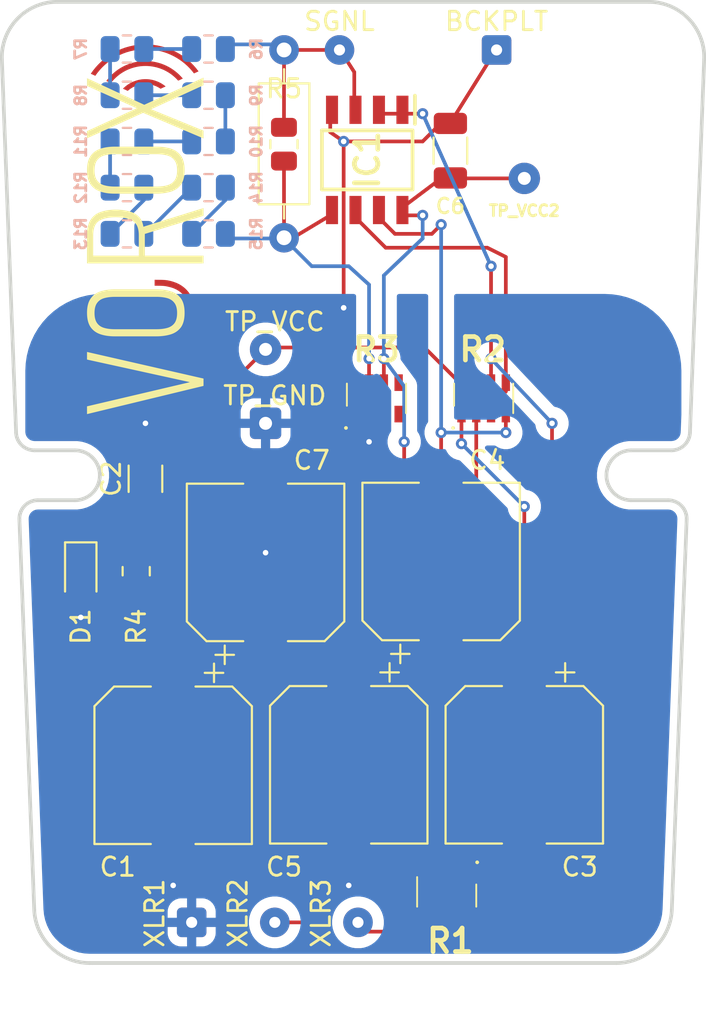
<source format=kicad_pcb>
(kicad_pcb (version 20241229) (generator "pcbnew") (generator_version "9.0")
  (layers (0 "F.Cu" signal) (2 "B.Cu" signal) (13 "F.Paste" user) (15 "B.Paste" user) (5 "F.SilkS" user "F.Silkscreen") (7 "B.SilkS" user "B.Silkscreen") (1 "F.Mask" user) (3 "B.Mask" user) (25 "Edge.Cuts" user))
  (net 0 "")
  (net 1 "GND")
  (net 2 "Net-(D1-K)")
  (net 3 "Net-(IC1--IN_A)")
  (net 4 "Net-(C3-Pad1)")
  (net 5 "Net-(IC1-OUT_B)")
  (net 6 "Net-(C4-Pad1)")
  (net 7 "Net-(IC1-V+)")
  (net 8 "Net-(IC1-+IN_B)")
  (net 9 "Net-(IC1--IN_B)")
  (net 10 "Net-(IC1-+IN_A)")
  (net 11 "Net-(R6-Pad2)")
  (net 12 "Net-(R7-Pad2)")
  (net 13 "Net-(R8-Pad2)")
  (net 14 "Net-(R10-Pad1)")
  (net 15 "Net-(R10-Pad2)")
  (net 16 "Net-(R11-Pad2)")
  (net 17 "Net-(R12-Pad2)")
  (net 18 "Net-(R13-Pad2)")
  (net 19 "Net-(R14-Pad2)")
  (net 20 "Net-(XLR3-Pin_1)")
  (net 21 "Net-(XLR2-Pin_1)")
  (footprint "Capacitor_SMD:CP_Elec_8x6.9" (layer "F.Cu") (at 71 73.975 90)
    (property "Reference" "C4" (at 5.475 2.5 180) (layer "F.SilkS"))
    (property "Value" "47uF")
    (pad "1" smd roundrect (at -3.475 0 90) (size 4.15 1.9) (layers "F.Cu" "F.Mask" "F.Paste") (roundrect_rratio 0.131579) (net 6 "Net-(C4-Pad1)"))
    (pad "2" smd roundrect (at 3.475 0 90) (size 4.15 1.9) (layers "F.Cu" "F.Mask" "F.Paste") (roundrect_rratio 0.131579) (net 5 "Net-(IC1-OUT_B)"))
  )
  (footprint "Connector_Wire:SolderWire-0.15sqmm_1x01_D0.5mm_OD1.5mm" (layer "F.Cu") (at 61.5 66.5)
    (property "Reference" "TP_GND" (at 0.5 -1.5 0) (layer "F.SilkS"))
    (property "Value" "TestPoint")
    (pad "1" thru_hole roundrect (at 0 0) (size 1.7 1.7) (drill 0.7) (layers "*.Cu" "*.Mask") (roundrect_rratio 0.147059) (net 1 "GND"))
  )
  (footprint "Connector_Wire:SolderWire-0.1sqmm_1x01_D0.4mm_OD1mm" (layer "F.Cu") (at 66.5 93.5)
    (property "Reference" "XLR3" (at -2 -0.5 90) (layer "F.SilkS"))
    (property "Value" "Conn_01x01_Pin")
    (pad "1" thru_hole circle (at 0 0) (size 1.6 1.6) (drill 0.6) (layers "*.Cu" "*.Mask") (net 20 "Net-(XLR3-Pin_1)"))
  )
  (footprint "01_Custom:VOROX_logo" (layer "F.Cu") (at 57.402856 64.273387 90)
    (property "Reference" "REF**" (hide yes))
    (property "Value" "VOROX_logo")
    (fp_poly (pts (xy 16.41533 -4.427722) (xy 16.529499 -4.328085) (xy 16.637742 -4.222131) (xy 16.73977 -4.110146) (xy 16.835295 -3.992417) (xy 16.924028 -3.86923) (xy 17.00568 -3.740872) (xy 17.079962 -3.607629) (xy 17.146587 -3.469788) (xy 17.205265 -3.327634) (xy 17.255707 -3.181456) (xy 17.297626 -3.031538) (xy 17.330732 -2.878168) (xy 17.354736 -2.721632) (xy 17.36935 -2.562216) (xy 17.374286 -2.400207) (xy 17.369995 -2.24908) (xy 17.357276 -2.100186) (xy 17.336364 -1.953757) (xy 17.307492 -1.810026) (xy 17.270893 -1.669226) (xy 17.226802 -1.53159) (xy 17.175451 -1.39735) (xy 17.117075 -1.266739) (xy 17.051906 -1.139989) (xy 16.980179 -1.017334) (xy 16.902127 -0.899006) (xy 16.817983 -0.785238) (xy 16.727982 -0.676263) (xy 16.632356 -0.572313) (xy 16.53134 -0.473621) (xy 16.425166 -0.380419) (xy 16.30953 -0.632424) (xy 16.39901 -0.715706) (xy 16.484074 -0.803478) (xy 16.564532 -0.895553) (xy 16.640198 -0.991749) (xy 16.710886 -1.091879) (xy 16.776408 -1.19576) (xy 16.836577 -1.303206) (xy 16.891207 -1.414033) (xy 16.94011 -1.528057) (xy 16.983099 -1.645092) (xy 17.019987 -1.764954) (xy 17.050588 -1.887459) (xy 17.074714 -2.012421) (xy 17.092178 -2.139656) (xy 17.102794 -2.26898) (xy 17.106374 -2.400207) (xy 17.102162 -2.542533) (xy 17.089686 -2.682601) (xy 17.069185 -2.820174) (xy 17.040896 -2.955017) (xy 17.005058 -3.086891) (xy 16.961909 -3.215562) (xy 16.911689 -3.340791) (xy 16.854635 -3.462344) (xy 16.790986 -3.579984) (xy 16.720981 -3.693473) (xy 16.644857 -3.802576) (xy 16.562854 -3.907056) (xy 16.47521 -4.006677) (xy 16.382163 -4.101201) (xy 16.283953 -4.190394) (xy 16.180816 -4.274017) (xy 16.295524 -4.520756)) (fill yes) (layer "F.Cu"))
    (fp_poly (pts (xy 15.935631 -3.561723) (xy 15.990942 -3.499382) (xy 16.043217 -3.434402) (xy 16.09234 -3.366892) (xy 16.138196 -3.296966) (xy 16.18067 -3.224734) (xy 16.219646 -3.150309) (xy 16.255009 -3.073802) (xy 16.286643 -2.995325) (xy 16.314434 -2.914989) (xy 16.338266 -2.832907) (xy 16.358024 -2.74919) (xy 16.373591 -2.66395) (xy 16.384854 -2.577298) (xy 16.391696 -2.489347) (xy 16.394002 -2.400207) (xy 16.392272 -2.322927) (xy 16.387133 -2.246521) (xy 16.378658 -2.171063) (xy 16.366921 -2.096627) (xy 16.351999 -2.023285) (xy 16.333964 -1.95111) (xy 16.312892 -1.880177) (xy 16.288856 -1.810557) (xy 16.261932 -1.742324) (xy 16.232194 -1.67555) (xy 16.199717 -1.610311) (xy 16.164574 -1.546677) (xy 16.12684 -1.484723) (xy 16.08659 -1.424521) (xy 16.043899 -1.366145) (xy 15.99884 -1.309668) (xy 15.872836 -1.584313) (xy 15.901969 -1.628335) (xy 15.929518 -1.673467) (xy 15.955443 -1.71967) (xy 15.979704 -1.766904) (xy 16.00226 -1.815133) (xy 16.023069 -1.864316) (xy 16.04209 -1.914416) (xy 16.059283 -1.965394) (xy 16.074607 -2.017212) (xy 16.08802 -2.069831) (xy 16.099482 -2.123212) (xy 16.108952 -2.177317) (xy 16.116388 -2.232108) (xy 16.121751 -2.287545) (xy 16.124999 -2.343591) (xy 16.12609 -2.400207) (xy 16.124459 -2.469271) (xy 16.119614 -2.53746) (xy 16.111632 -2.604706) (xy 16.100588 -2.67094) (xy 16.086558 -2.736092) (xy 16.069617 -2.800095) (xy 16.049842 -2.862879) (xy 16.027307 -2.924375) (xy 16.002089 -2.984514) (xy 15.974262 -3.043227) (xy 15.943903 -3.100446) (xy 15.911088 -3.156101) (xy 15.875891 -3.210123) (xy 15.838388 -3.262444) (xy 15.798655 -3.312995) (xy 15.756769 -3.361706) (xy 15.877399 -3.621311)) (fill yes) (layer "F.Cu"))
    (fp_poly (pts (xy 16.861534 -5.236791) (xy 17.028939 -5.102342) (xy 17.187838 -4.958132) (xy 17.337781 -4.804611) (xy 17.478317 -4.64223) (xy 17.608997 -4.47144) (xy 17.729368 -4.292693) (xy 17.838982 -4.106437) (xy 17.937388 -3.913125) (xy 18.024134 -3.713206) (xy 18.098771 -3.507132) (xy 18.160847 -3.295354) (xy 18.209914 -3.078321) (xy 18.245519 -2.856486) (xy 18.267212 -2.630297) (xy 18.274543 -2.400207) (xy 18.267864 -2.180584) (xy 18.248088 -1.964497) (xy 18.215607 -1.752337) (xy 18.170813 -1.544494) (xy 18.114097 -1.341361) (xy 18.045852 -1.143328) (xy 17.966468 -0.950787) (xy 17.876338 -0.764128) (xy 17.775853 -0.583743) (xy 17.665406 -0.410022) (xy 17.545388 -0.243358) (xy 17.41619 -0.08414) (xy 17.278205 0.06724) (xy 17.131824 0.210391) (xy 16.977439 0.344921) (xy 16.815442 0.47044) (xy 16.702251 0.223699) (xy 16.847446 0.107559) (xy 16.98574 -0.016554) (xy 17.116791 -0.148297) (xy 17.24026 -0.28733) (xy 17.355807 -0.433312) (xy 17.46309 -0.585902) (xy 17.561771 -0.744758) (xy 17.651508 -0.90954) (xy 17.731963 -1.079907) (xy 17.802793 -1.255518) (xy 17.86366 -1.436032) (xy 17.914223 -1.621107) (xy 17.954142 -1.810404) (xy 17.983077 -2.00358) (xy 18.000687 -2.200295) (xy 18.006633 -2.400207) (xy 18.004976 -2.505894) (xy 18.000038 -2.610739) (xy 17.991868 -2.714691) (xy 17.980516 -2.817702) (xy 17.966032 -2.91972) (xy 17.948466 -3.020697) (xy 17.904286 -3.219325) (xy 17.848372 -3.413187) (xy 17.781123 -3.601885) (xy 17.702936 -3.78502) (xy 17.614209 -3.962192) (xy 17.51534 -4.133003) (xy 17.406726 -4.297054) (xy 17.288764 -4.453946) (xy 17.161853 -4.60328) (xy 17.02639 -4.744657) (xy 16.882773 -4.877678) (xy 16.731399 -5.001945) (xy 16.572665 -5.117058) (xy 16.686073 -5.361028) (xy 16.686075 -5.361028)) (fill yes) (layer "F.Cu"))
    (fp_poly (pts (xy 2.278552 -1.869951) (xy 2.278958 -1.733278) (xy 2.28072 -1.617976) (xy 2.284649 -1.518305) (xy 2.287681 -1.472537) (xy 2.291559 -1.428526) (xy 2.296386 -1.385552) (xy 2.302262 -1.342899) (xy 2.309291 -1.29985) (xy 2.317572 -1.255687) (xy 2.327209 -1.209692) (xy 2.338302 -1.161149) (xy 2.365263 -1.053547) (xy 2.365272 -1.053466) (xy 2.365281 -1.053386) (xy 2.365294 -1.053225) (xy 2.365318 -1.052897) (xy 2.381633 -0.995734) (xy 2.399569 -0.939994) (xy 2.419121 -0.885696) (xy 2.440284 -0.832857) (xy 2.463052 -0.781494) (xy 2.487419 -0.731626) (xy 2.513381 -0.68327) (xy 2.540933 -0.636444) (xy 2.570068 -0.591165) (xy 2.600782 -0.547451) (xy 2.633069 -0.505321) (xy 2.666925 -0.464791) (xy 2.702342 -0.425879) (xy 2.739318 -0.388603) (xy 2.777845 -0.352981) (xy 2.817919 -0.319031) (xy 2.81819 -0.318798) (xy 2.818461 -0.318566) (xy 2.819005 -0.318108) (xy 2.862958 -0.285484) (xy 2.908854 -0.255099) (xy 2.956684 -0.226934) (xy 3.006437 -0.200971) (xy 3.058104 -0.177192) (xy 3.111674 -0.155578) (xy 3.16714 -0.13611) (xy 3.22449 -0.11877) (xy 3.283716 -0.103539) (xy 3.344807 -0.090399) (xy 3.407754 -0.079331) (xy 3.472548 -0.070318) (xy 3.539178 -0.063339) (xy 3.607635 -0.058377) (xy 3.67791 -0.055414) (xy 3.749992 -0.05443) (xy 3.82201 -0.055412) (xy 3.892156 -0.058371) (xy 3.96042 -0.063327) (xy 4.026791 -0.070301) (xy 4.09126 -0.079314) (xy 4.153817 -0.090385) (xy 4.214452 -0.103536) (xy 4.273154 -0.118786) (xy 4.329915 -0.136155) (xy 4.384723 -0.155665) (xy 4.43757 -0.177336) (xy 4.488444 -0.201188) (xy 4.537336 -0.227241) (xy 4.584237 -0.255516) (xy 4.629135 -0.286033) (xy 4.672022 -0.318814) (xy 4.713234 -0.352711) (xy 4.752839 -0.388291) (xy 4.79083 -0.425536) (xy 4.8272 -0.464427) (xy 4.861942 -0.504947) (xy 4.895049 -0.547077) (xy 4.926515 -0.590798) (xy 4.956331 -0.636093) (xy 4.984492 -0.682942) (xy 5.01099 -0.731329) (xy 5.035818 -0.781234) (xy 5.058969 -0.832639) (xy 5.080436 -0.885526) (xy 5.100213 -0.939877) (xy 5.118291 -0.995673) (xy 5.134665 -1.052897) (xy 5.134677 -1.052977) (xy 5.13469 -1.053058) (xy 5.134721 -1.053219) (xy 5.134751 -1.053382) (xy 5.134764 -1.053464) (xy 5.134776 -1.053547) (xy 5.161522 -1.160457) (xy 5.181687 -1.253179) (xy 5.189593 -1.296131) (xy 5.196202 -1.337828) (xy 5.20163 -1.379036) (xy 5.205994 -1.420518) (xy 5.211993 -1.507362) (xy 5.215127 -1.604475) (xy 5.216327 -1.717969) (xy 5.21652 -1.85396) (xy 5.21652 -1.906313) (xy 5.538852 -1.906313) (xy 5.536774 -1.616404) (xy 5.534799 -1.498768) (xy 5.529987 -1.391575) (xy 5.525999 -1.340073) (xy 5.520678 -1.288997) (xy 5.513817 -1.237617) (xy 5.50521 -1.185205) (xy 5.494648 -1.131033) (xy 5.481924 -1.074372) (xy 5.46683 -1.014494) (xy 5.449158 -0.95067) (xy 5.428463 -0.88305) (xy 5.40588 -0.817298) (xy 5.381404 -0.753398) (xy 5.355026 -0.691335) (xy 5.326738 -0.631095) (xy 5.296533 -0.572661) (xy 5.264403 -0.516018) (xy 5.23034 -0.461152) (xy 5.194337 -0.408047) (xy 5.156385 -0.356688) (xy 5.116478 -0.307059) (xy 5.074607 -0.259146) (xy 5.030764 -0.212933) (xy 4.984942 -0.168404) (xy 4.937134 -0.125546) (xy 4.887331 -0.084341) (xy 4.887052 -0.084175) (xy 4.837223 -0.04717) (xy 4.784604 -0.012412) (xy 4.729189 0.020079) (xy 4.670966 0.050283) (xy 4.609927 0.078182) (xy 4.546062 0.103755) (xy 4.479363 0.126985) (xy 4.40982 0.147851) (xy 4.337424 0.166334) (xy 4.262165 0.182416) (xy 4.184035 0.196076) (xy 4.103024 0.207296) (xy 4.019123 0.216056) (xy 3.932323 0.222336) (xy 3.920724 0.222826) (xy 3.920724 0.708952) (xy 3.579306 0.708952) (xy 3.579306 0.222834) (xy 3.567581 0.22234) (xy 3.48062 0.216063) (xy 3.396475 0.207305) (xy 3.315137 0.196086) (xy 3.236596 0.182424) (xy 3.160842 0.166336) (xy 3.087866 0.147841) (xy 3.017659 0.126956) (xy 2.950211 0.103701) (xy 2.885512 0.078093) (xy 2.823554 0.050149) (xy 2.764326 0.019889) (xy 2.70782 -0.012669) (xy 2.654026 -0.047509) (xy 2.602934 -0.08461) (xy 2.554404 -0.125744) (xy 2.507776 -0.168535) (xy 2.463045 -0.212998) (xy 2.420204 -0.259149) (xy 2.379246 -0.307003) (xy 2.340164 -0.356575) (xy 2.302953 -0.40788) (xy 2.267606 -0.460934) (xy 2.234116 -0.515751) (xy 2.202477 -0.572347) (xy 2.172682 -0.630737) (xy 2.144725 -0.690935) (xy 2.1186 -0.752958) (xy 2.0943 -0.816821) (xy 2.071819 -0.882538) (xy 2.051149 -0.950125) (xy 2.051138 -0.950158) (xy 2.051124 -0.950192) (xy 2.051093 -0.950264) (xy 2.051078 -0.950301) (xy 2.051063 -0.950336) (xy 2.05105 -0.950371) (xy 2.051044 -0.950387) (xy 2.051039 -0.950403) (xy 2.051033 -0.950424) (xy 2.051027 -0.950444) (xy 2.051021 -0.950464) (xy 2.051014 -0.950483) (xy 2.051006 -0.950501) (xy 2.050999 -0.950519) (xy 2.050983 -0.950553) (xy 2.050952 -0.950619) (xy 2.050945 -0.950635) (xy 2.050939 -0.95065) (xy 2.050933 -0.950666) (xy 2.050927 -0.950682) (xy 2.033467 -1.015231) (xy 2.018716 -1.075738) (xy 2.006447 -1.132929) (xy 1.996429 -1.187534) (xy 1.988434 -1.240282) (xy 1.982233 -1.291901) (xy 1.977598 -1.34312) (xy 1.974299 -1.394667) (xy 1.970794 -1.501662) (xy 1.969887 -1.618715) (xy 1.968546 -1.906313) (xy 2.278552 -1.906313)) (fill yes) (layer "F.Cu"))
  )
  (footprint "01_footprints-custom:YC164JR072K2L" (layer "F.Cu") (at 67.5 65.15)
    (property "Reference" "R3" (at 0 -2.65 0) (layer "F.SilkS") (effects (font (size 1.27 1.27) (thickness 0.254))))
    (property "Value" "47k" (hide yes))
    (pad "1" smd rect (at -1.2 0.85) (size 0.45 0.9) (layers "F.Cu" "F.Mask" "F.Paste"))
    (pad "2" smd rect (at -0.4 0.85) (size 0.45 0.9) (layers "F.Cu" "F.Mask" "F.Paste") (net 1 "GND"))
    (pad "3" smd rect (at 0.4 0.85) (size 0.45 0.9) (layers "F.Cu" "F.Mask" "F.Paste") (net 8 "Net-(IC1-+IN_B)"))
    (pad "4" smd rect (at 1.2 0.85) (size 0.45 0.9) (layers "F.Cu" "F.Mask" "F.Paste"))
    (pad "5" smd rect (at 1.2 -0.85) (size 0.45 0.9) (layers "F.Cu" "F.Mask" "F.Paste"))
    (pad "6" smd rect (at 0.4 -0.85) (size 0.45 0.9) (layers "F.Cu" "F.Mask" "F.Paste") (net 7 "Net-(IC1-V+)"))
    (pad "7" smd rect (at -0.4 -0.85) (size 0.45 0.9) (layers "F.Cu" "F.Mask" "F.Paste") (net 8 "Net-(IC1-+IN_B)"))
    (pad "8" smd rect (at -1.2 -0.85) (size 0.45 0.9) (layers "F.Cu" "F.Mask" "F.Paste"))
  )
  (footprint "Connector_Wire:SolderWire-0.1sqmm_1x01_D0.4mm_OD1mm" (layer "F.Cu") (at 65.5 46.25)
    (property "Reference" "SGNL" (at 0 -1.5 0) (layer "F.SilkS"))
    (property "Value" "Conn_01x01_Pin")
    (pad "1" thru_hole circle (at 0 0.05) (size 1.6 1.6) (drill 0.6) (layers "*.Cu" "*.Mask") (net 10 "Net-(IC1-+IN_A)"))
  )
  (footprint "Capacitor_SMD:C_1206_3216Metric" (layer "F.Cu") (at 55 69.5 90)
    (property "Reference" "C2" (at 0 -1.85 90) (layer "F.SilkS"))
    (property "Value" "100nF")
    (pad "1" smd roundrect (at -1.475 0 90) (size 1.15 1.8) (layers "F.Cu" "F.Mask" "F.Paste") (roundrect_rratio 0.217391) (net 2 "Net-(D1-K)"))
    (pad "2" smd roundrect (at 1.475 0 90) (size 1.15 1.8) (layers "F.Cu" "F.Mask" "F.Paste") (roundrect_rratio 0.217391) (net 1 "GND"))
  )
  (footprint "Resistor_SMD:R_0805_2012Metric" (layer "F.Cu") (at 54.5 74.5 -90)
    (property "Reference" "R4" (at 3 0 90) (layer "F.SilkS"))
    (property "Value" "220")
    (pad "1" smd roundrect (at -0.9125 0 270) (size 1.025 1.4) (layers "F.Cu" "F.Mask" "F.Paste") (roundrect_rratio 0.243902) (net 2 "Net-(D1-K)"))
    (pad "2" smd roundrect (at 0.9125 0 270) (size 1.025 1.4) (layers "F.Cu" "F.Mask" "F.Paste") (roundrect_rratio 0.243902) (net 7 "Net-(IC1-V+)"))
  )
  (footprint "01_footprints-custom:YC164JR072K2L" (layer "F.Cu") (at 71.3 91.85 180)
    (property "Reference" "R1" (at -0.2 -2.65 0) (layer "F.SilkS") (effects (font (size 1.27 1.27) (thickness 0.254))))
    (property "Value" "47" (hide yes))
    (pad "1" smd rect (at -1.2 0.85 180) (size 0.45 0.9) (layers "F.Cu" "F.Mask" "F.Paste"))
    (pad "2" smd rect (at -0.4 0.85 180) (size 0.45 0.9) (layers "F.Cu" "F.Mask" "F.Paste") (net 4 "Net-(C3-Pad1)"))
    (pad "3" smd rect (at 0.4 0.85 180) (size 0.45 0.9) (layers "F.Cu" "F.Mask" "F.Paste") (net 6 "Net-(C4-Pad1)"))
    (pad "4" smd rect (at 1.2 0.85 180) (size 0.45 0.9) (layers "F.Cu" "F.Mask" "F.Paste"))
    (pad "5" smd rect (at 1.2 -0.85 180) (size 0.45 0.9) (layers "F.Cu" "F.Mask" "F.Paste"))
    (pad "6" smd rect (at 0.4 -0.85 180) (size 0.45 0.9) (layers "F.Cu" "F.Mask" "F.Paste") (net 20 "Net-(XLR3-Pin_1)"))
    (pad "7" smd rect (at -0.4 -0.85 180) (size 0.45 0.9) (layers "F.Cu" "F.Mask" "F.Paste") (net 21 "Net-(XLR2-Pin_1)"))
    (pad "8" smd rect (at -1.2 -0.85 180) (size 0.45 0.9) (layers "F.Cu" "F.Mask" "F.Paste"))
  )
  (footprint "Capacitor_SMD:CP_Elec_8x6.9" (layer "F.Cu") (at 75.5 84.975 -90)
    (property "Reference" "C3" (at 5.525 -3 180) (layer "F.SilkS"))
    (property "Value" "47uF")
    (pad "1" smd roundrect (at -3.475 0 270) (size 4.15 1.9) (layers "F.Cu" "F.Mask" "F.Paste") (roundrect_rratio 0.131579) (net 4 "Net-(C3-Pad1)"))
    (pad "2" smd roundrect (at 3.475 0 270) (size 4.15 1.9) (layers "F.Cu" "F.Mask" "F.Paste") (roundrect_rratio 0.131579) (net 3 "Net-(IC1--IN_A)"))
  )
  (footprint "01_footprints-custom:YC164JR072K2L" (layer "F.Cu") (at 73.3 65.15)
    (property "Reference" "R2" (at -0.05 -2.65 0) (layer "F.SilkS") (effects (font (size 1.27 1.27) (thickness 0.254))))
    (property "Value" "2k2" (hide yes))
    (pad "1" smd rect (at -1.2 0.85) (size 0.45 0.9) (layers "F.Cu" "F.Mask" "F.Paste") (net 4 "Net-(C3-Pad1)"))
    (pad "2" smd rect (at -0.4 0.85) (size 0.45 0.9) (layers "F.Cu" "F.Mask" "F.Paste") (net 6 "Net-(C4-Pad1)"))
    (pad "3" smd rect (at 0.4 0.85) (size 0.45 0.9) (layers "F.Cu" "F.Mask" "F.Paste") (net 9 "Net-(IC1--IN_B)"))
    (pad "4" smd rect (at 1.2 0.85) (size 0.45 0.9) (layers "F.Cu" "F.Mask" "F.Paste") (net 5 "Net-(IC1-OUT_B)"))
    (pad "5" smd rect (at 1.2 -0.85) (size 0.45 0.9) (layers "F.Cu" "F.Mask" "F.Paste") (net 9 "Net-(IC1--IN_B)"))
    (pad "6" smd rect (at 0.4 -0.85) (size 0.45 0.9) (layers "F.Cu" "F.Mask" "F.Paste") (net 3 "Net-(IC1--IN_A)"))
    (pad "7" smd rect (at -0.4 -0.85) (size 0.45 0.9) (layers "F.Cu" "F.Mask" "F.Paste") (net 2 "Net-(D1-K)"))
    (pad "8" smd rect (at -1.2 -0.85) (size 0.45 0.9) (layers "F.Cu" "F.Mask" "F.Paste") (net 2 "Net-(D1-K)"))
  )
  (footprint "Capacitor_SMD:CP_Elec_8x6.9" (layer "F.Cu") (at 66 84.975 -90)
    (property "Reference" "C5" (at 5.525 3.5 180) (layer "F.SilkS"))
    (property "Value" "47uF")
    (pad "1" smd roundrect (at -3.475 0 270) (size 4.15 1.9) (layers "F.Cu" "F.Mask" "F.Paste") (roundrect_rratio 0.131579) (net 7 "Net-(IC1-V+)"))
    (pad "2" smd roundrect (at 3.475 0 270) (size 4.15 1.9) (layers "F.Cu" "F.Mask" "F.Paste") (roundrect_rratio 0.131579) (net 1 "GND"))
  )
  (footprint "01_footprints-custom:SOIC127P600X175-8N" (layer "F.Cu") (at 67 52.25 -90)
    (property "Reference" "IC1" (at 0 0 270) (layer "F.SilkS") (effects (font (size 1.27 1.27) (thickness 0.254))))
    (property "Value" "OPA1642AID" (hide yes))
    (pad "1" smd rect (at -2.711 -1.905) (size 0.65 1.528) (layers "F.Cu" "F.Mask" "F.Paste") (net 3 "Net-(IC1--IN_A)"))
    (pad "2" smd rect (at -2.711 -0.635) (size 0.65 1.528) (layers "F.Cu" "F.Mask" "F.Paste") (net 3 "Net-(IC1--IN_A)"))
    (pad "3" smd rect (at -2.711 0.635) (size 0.65 1.528) (layers "F.Cu" "F.Mask" "F.Paste") (net 10 "Net-(IC1-+IN_A)"))
    (pad "4" smd rect (at -2.711 1.905) (size 0.65 1.528) (layers "F.Cu" "F.Mask" "F.Paste") (net 1 "GND"))
    (pad "5" smd rect (at 2.711 1.905) (size 0.65 1.528) (layers "F.Cu" "F.Mask" "F.Paste") (net 8 "Net-(IC1-+IN_B)"))
    (pad "6" smd rect (at 2.711 0.635) (size 0.65 1.528) (layers "F.Cu" "F.Mask" "F.Paste") (net 9 "Net-(IC1--IN_B)"))
    (pad "7" smd rect (at 2.711 -0.635) (size 0.65 1.528) (layers "F.Cu" "F.Mask" "F.Paste") (net 5 "Net-(IC1-OUT_B)"))
    (pad "8" smd rect (at 2.711 -1.905) (size 0.65 1.528) (layers "F.Cu" "F.Mask" "F.Paste") (net 7 "Net-(IC1-V+)"))
  )
  (footprint "Connector_Wire:SolderWire-0.1sqmm_1x01_D0.4mm_OD1mm" (layer "F.Cu") (at 74 46.25)
    (property "Reference" "BCKPLT" (at 0 -1.5 0) (layer "F.SilkS"))
    (property "Value" "Conn_01x01_Pin")
    (pad "1" thru_hole roundrect (at 0 0.05) (size 1.6 1.6) (drill 0.6) (layers "*.Cu" "*.Mask") (roundrect_rratio 0.15625) (net 1 "GND"))
  )
  (footprint "Capacitor_SMD:CP_Elec_8x6.9" (layer "F.Cu") (at 61.5 74.025 90)
    (property "Reference" "C7" (at 5.525 2.5 180) (layer "F.SilkS"))
    (property "Value" "47uF")
    (pad "1" smd roundrect (at -3.475 0 90) (size 4.15 1.9) (layers "F.Cu" "F.Mask" "F.Paste") (roundrect_rratio 0.131579) (net 8 "Net-(IC1-+IN_B)"))
    (pad "2" smd roundrect (at 3.475 0 90) (size 4.15 1.9) (layers "F.Cu" "F.Mask" "F.Paste") (roundrect_rratio 0.131579) (net 1 "GND"))
  )
  (footprint "Connector_Wire:SolderWire-0.1sqmm_1x01_D0.4mm_OD1mm" (layer "F.Cu") (at 57.5 93.5)
    (property "Reference" "XLR1" (at -2 -0.5 90) (layer "F.SilkS"))
    (property "Value" "Conn_01x01_Pin")
    (pad "1" thru_hole roundrect (at 0 0) (size 1.6 1.6) (drill 0.6) (layers "*.Cu" "*.Mask") (roundrect_rratio 0.15625) (net 1 "GND"))
  )
  (footprint "Capacitor_SMD:C_1206_3216Metric" (layer "F.Cu") (at 71.5 51.75 90)
    (property "Reference" "C6" (at -3 0 180) (layer "F.SilkS") (effects (font (size 0.8 0.8))))
    (property "Value" "100nF")
    (pad "1" smd roundrect (at -1.475 0 90) (size 1.15 1.8) (layers "F.Cu" "F.Mask" "F.Paste") (roundrect_rratio 0.217391) (net 7 "Net-(IC1-V+)"))
    (pad "2" smd roundrect (at 1.475 0 90) (size 1.15 1.8) (layers "F.Cu" "F.Mask" "F.Paste") (roundrect_rratio 0.217391) (net 1 "GND"))
  )
  (footprint "Connector_Wire:SolderWire-0.15sqmm_1x01_D0.5mm_OD1.5mm" (layer "F.Cu") (at 61.5 62.5)
    (property "Reference" "TP_VCC" (at 0.5 -1.5 0) (layer "F.SilkS"))
    (property "Value" "TestPoint")
    (pad "1" thru_hole circle (at 0 0) (size 1.7 1.7) (drill 0.7) (layers "*.Cu" "*.Mask") (net 2 "Net-(D1-K)"))
  )
  (footprint "Capacitor_SMD:CP_Elec_8x6.9" (layer "F.Cu") (at 56.5 85 -90)
    (property "Reference" "C1" (at 5.5 3 180) (layer "F.SilkS"))
    (property "Value" "47uF")
    (pad "1" smd roundrect (at -3.475 0 270) (size 4.15 1.9) (layers "F.Cu" "F.Mask" "F.Paste") (roundrect_rratio 0.131579) (net 2 "Net-(D1-K)"))
    (pad "2" smd roundrect (at 3.475 0 270) (size 4.15 1.9) (layers "F.Cu" "F.Mask" "F.Paste") (roundrect_rratio 0.131579) (net 1 "GND"))
  )
  (footprint "Connector_Wire:SolderWire-0.15sqmm_1x01_D0.5mm_OD1.5mm" (layer "F.Cu") (at 75.5 53.5)
    (property "Reference" "TP_VCC2" (at 0 1.5 180) (layer "F.SilkS") (effects (font (size 0.6 0.6))))
    (property "Value" "TestPoint")
    (pad "1" thru_hole circle (at 0 -0.25) (size 1.7 1.7) (drill 0.7) (layers "*.Cu" "*.Mask") (net 7 "Net-(IC1-V+)"))
  )
  (footprint "01_Custom:R_Axial_THT-SMD-Dual" (layer "F.Cu") (at 62.5 46.3 -90)
    (property "Reference" "R5" (at 2.09375 0.0025 0) (layer "F.SilkS"))
    (property "Value" "1G")
    (fp_line (start 4.1875 0.005) (end 0 0) (stroke (width 0.2)) (layer "F.Cu"))
    (fp_line (start 10.16 0) (end 6.0125 0.005) (stroke (width 0.2)) (layer "F.Cu"))
    (pad "1" thru_hole circle (at 0 0 270) (size 1.6 1.6) (drill 0.8) (layers "*.Cu" "*.Mask") (net 10 "Net-(IC1-+IN_A)"))
    (pad "1" smd roundrect (at 4.1875 0.005 270) (size 1.025 1.4) (layers "F.Cu" "F.Mask" "F.Paste") (roundrect_rratio 0.243902) (net 10 "Net-(IC1-+IN_A)"))
    (pad "2" smd roundrect (at 6.0125 0.005 270) (size 1.025 1.4) (layers "F.Cu" "F.Mask" "F.Paste") (roundrect_rratio 0.243902) (net 8 "Net-(IC1-+IN_B)"))
    (pad "2" thru_hole circle (at 10.16 0 270) (size 1.6 1.6) (drill 0.8) (layers "*.Cu" "*.Mask") (net 8 "Net-(IC1-+IN_B)"))
  )
  (footprint "Diode_SMD:D_SOD-323" (layer "F.Cu") (at 51.5 74.55 -90)
    (property "Reference" "D1" (at 2.95 0 90) (layer "F.SilkS"))
    (property "Value" "Zener_12V")
    (pad "1" smd roundrect (at -1.05 0 270) (size 0.6 0.45) (layers "F.Cu" "F.Mask" "F.Paste") (net 2 "Net-(D1-K)"))
    (pad "2" smd roundrect (at 1.05 0 270) (size 0.6 0.45) (layers "F.Cu" "F.Mask" "F.Paste") (net 1 "GND"))
  )
  (footprint "Connector_Wire:SolderWire-0.1sqmm_1x01_D0.4mm_OD1mm" (layer "F.Cu") (at 62 93.5)
    (property "Reference" "XLR2" (at -2 -0.5 90) (layer "F.SilkS"))
    (property "Value" "Conn_01x01_Pin")
    (pad "1" thru_hole circle (at 0 0) (size 1.6 1.6) (drill 0.6) (layers "*.Cu" "*.Mask") (net 21 "Net-(XLR2-Pin_1)"))
  )
  (footprint "Resistor_SMD:R_0805_2012Metric" (layer "B.Cu") (at 58.4125 56.25 180)
    (property "Reference" "R11" (at 6.9125 5 90) (layer "B.SilkS") (effects (font (size 0.6 0.6)) (justify mirror)))
    (property "Value" "100M")
    (pad "1" smd roundrect (at -0.9125 0 180) (size 1.025 1.4) (layers "B.Cu" "B.Mask" "B.Paste") (roundrect_rratio 0.243902) (net 8 "Net-(IC1-+IN_B)"))
    (pad "2" smd roundrect (at 0.9125 0 180) (size 1.025 1.4) (layers "B.Cu" "B.Mask" "B.Paste") (roundrect_rratio 0.243902) (net 16 "Net-(R11-Pad2)"))
  )
  (footprint "Resistor_SMD:R_0805_2012Metric" (layer "B.Cu") (at 54 53.75 180)
    (property "Reference" "R14" (at -7 0 90) (layer "B.SilkS") (effects (font (size 0.6 0.6)) (justify mirror)))
    (property "Value" "100M")
    (pad "1" smd roundrect (at -0.9125 0 180) (size 1.025 1.4) (layers "B.Cu" "B.Mask" "B.Paste") (roundrect_rratio 0.243902) (net 18 "Net-(R13-Pad2)"))
    (pad "2" smd roundrect (at 0.9125 0 180) (size 1.025 1.4) (layers "B.Cu" "B.Mask" "B.Paste") (roundrect_rratio 0.243902) (net 19 "Net-(R14-Pad2)"))
  )
  (footprint "Resistor_SMD:R_0805_2012Metric" (layer "B.Cu") (at 58.4125 46.25 180)
    (property "Reference" "R6" (at -2.5875 0 90) (layer "B.SilkS") (effects (font (size 0.6 0.6)) (justify mirror)))
    (property "Value" "100M")
    (pad "1" smd roundrect (at -0.9125 0 180) (size 1.025 1.4) (layers "B.Cu" "B.Mask" "B.Paste") (roundrect_rratio 0.243902) (net 10 "Net-(IC1-+IN_A)"))
    (pad "2" smd roundrect (at 0.9125 0 180) (size 1.025 1.4) (layers "B.Cu" "B.Mask" "B.Paste") (roundrect_rratio 0.243902) (net 11 "Net-(R6-Pad2)"))
  )
  (footprint "Resistor_SMD:R_0805_2012Metric" (layer "B.Cu") (at 54 48.75)
    (property "Reference" "R8" (at -2.5 0 90) (layer "B.SilkS") (effects (font (size 0.6 0.6)) (justify mirror)))
    (property "Value" "100M")
    (pad "1" smd roundrect (at -0.9125 0) (size 1.025 1.4) (layers "B.Cu" "B.Mask" "B.Paste") (roundrect_rratio 0.243902) (net 12 "Net-(R7-Pad2)"))
    (pad "2" smd roundrect (at 0.9125 0) (size 1.025 1.4) (layers "B.Cu" "B.Mask" "B.Paste") (roundrect_rratio 0.243902) (net 13 "Net-(R8-Pad2)"))
  )
  (footprint "Resistor_SMD:R_0805_2012Metric" (layer "B.Cu") (at 54 46.25 180)
    (property "Reference" "R7" (at 2.5 0 90) (layer "B.SilkS") (effects (font (size 0.6 0.6)) (justify mirror)))
    (property "Value" "100M")
    (pad "1" smd roundrect (at -0.9125 0 180) (size 1.025 1.4) (layers "B.Cu" "B.Mask" "B.Paste") (roundrect_rratio 0.243902) (net 11 "Net-(R6-Pad2)"))
    (pad "2" smd roundrect (at 0.9125 0 180) (size 1.025 1.4) (layers "B.Cu" "B.Mask" "B.Paste") (roundrect_rratio 0.243902) (net 12 "Net-(R7-Pad2)"))
  )
  (footprint "Resistor_SMD:R_0805_2012Metric" (layer "B.Cu") (at 54 51.25)
    (property "Reference" "R15" (at 7 5 90) (layer "B.SilkS") (effects (font (size 0.6 0.6)) (justify mirror)))
    (property "Value" "100M")
    (pad "1" smd roundrect (at -0.9125 0) (size 1.025 1.4) (layers "B.Cu" "B.Mask" "B.Paste") (roundrect_rratio 0.243902) (net 19 "Net-(R14-Pad2)"))
    (pad "2" smd roundrect (at 0.9125 0) (size 1.025 1.4) (layers "B.Cu" "B.Mask" "B.Paste") (roundrect_rratio 0.243902) (net 15 "Net-(R10-Pad2)"))
  )
  (footprint "Resistor_SMD:R_0805_2012Metric" (layer "B.Cu") (at 54 56.25 180)
    (property "Reference" "R13" (at 2.5 0 90) (layer "B.SilkS") (effects (font (size 0.6 0.6)) (justify mirror)))
    (property "Value" "100M")
    (pad "1" smd roundrect (at -0.9125 0 180) (size 1.025 1.4) (layers "B.Cu" "B.Mask" "B.Paste") (roundrect_rratio 0.243902) (net 17 "Net-(R12-Pad2)"))
    (pad "2" smd roundrect (at 0.9125 0 180) (size 1.025 1.4) (layers "B.Cu" "B.Mask" "B.Paste") (roundrect_rratio 0.243902) (net 18 "Net-(R13-Pad2)"))
  )
  (footprint "Resistor_SMD:R_0805_2012Metric" (layer "B.Cu") (at 58.4125 53.75 180)
    (property "Reference" "R12" (at 6.9125 0 90) (layer "B.SilkS") (effects (font (size 0.6 0.6)) (justify mirror)))
    (property "Value" "100M")
    (pad "1" smd roundrect (at -0.9125 0 180) (size 1.025 1.4) (layers "B.Cu" "B.Mask" "B.Paste") (roundrect_rratio 0.243902) (net 16 "Net-(R11-Pad2)"))
    (pad "2" smd roundrect (at 0.9125 0 180) (size 1.025 1.4) (layers "B.Cu" "B.Mask" "B.Paste") (roundrect_rratio 0.243902) (net 17 "Net-(R12-Pad2)"))
  )
  (footprint "Resistor_SMD:R_0805_2012Metric" (layer "B.Cu") (at 58.4125 51.25 180)
    (property "Reference" "R10" (at -2.5875 0 90) (layer "B.SilkS") (effects (font (size 0.6 0.6)) (justify mirror)))
    (property "Value" "100M")
    (pad "1" smd roundrect (at -0.9125 0 180) (size 1.025 1.4) (layers "B.Cu" "B.Mask" "B.Paste") (roundrect_rratio 0.243902) (net 14 "Net-(R10-Pad1)"))
    (pad "2" smd roundrect (at 0.9125 0 180) (size 1.025 1.4) (layers "B.Cu" "B.Mask" "B.Paste") (roundrect_rratio 0.243902) (net 15 "Net-(R10-Pad2)"))
  )
  (footprint "Resistor_SMD:R_0805_2012Metric" (layer "B.Cu") (at 58.4125 48.75)
    (property "Reference" "R9" (at 2.5875 0 90) (layer "B.SilkS") (effects (font (size 0.6 0.6)) (justify mirror)))
    (property "Value" "100M")
    (pad "1" smd roundrect (at -0.9125 0) (size 1.025 1.4) (layers "B.Cu" "B.Mask" "B.Paste") (roundrect_rratio 0.243902) (net 13 "Net-(R8-Pad2)"))
    (pad "2" smd roundrect (at 0.9125 0) (size 1.025 1.4) (layers "B.Cu" "B.Mask" "B.Paste") (roundrect_rratio 0.243902) (net 14 "Net-(R10-Pad1)"))
  )
  (gr_line (start 69 70) (end 69 67.5) (stroke (width 0.2)) (layer "F.Cu") (net 7))
  (gr_line (start 65 50.75) (end 65.725 51.25) (stroke (width 0.2)) (layer "F.Cu") (net 1))
  (gr_line (start 65 55.25) (end 62.505 56.75) (stroke (width 0.2)) (layer "F.Cu") (net 8))
  (gr_line (start 54.5 73.5) (end 55 72.5) (stroke (width 0.2)) (layer "F.Cu") (net 2))
  (gr_line (start 74.5 57.5) (end 73.5 57) (stroke (width 0.2)) (layer "F.Cu") (net 9))
  (gr_line (start 72.1 67.5) (end 72.1 66) (stroke (width 0.2)) (layer "F.Cu") (net 4))
  (gr_line (start 53 74.5) (end 53 76.5) (stroke (width 0.2)) (layer "F.Cu") (net 2))
  (gr_line (start 61.5 73.5) (end 61.5 71.5) (stroke (width 0.2)) (layer "F.Cu") (net 1))
  (gr_line (start 67.9 63) (end 67.9 64) (stroke (width 0.2)) (layer "F.Cu") (net 7))
  (gr_line (start 75.5 87) (end 77 85.5) (stroke (width 0.2)) (layer "F.Cu") (net 3))
  (gr_line (start 74 46.25) (end 71.5 50.25) (stroke (width 0.2)) (layer "F.Cu") (net 1))
  (gr_line (start 51.5 73.5) (end 54 73.5) (stroke (width 0.2)) (layer "F.Cu") (net 2))
  (gr_line (start 51.5 75.5) (end 51.5 77) (stroke (width 0.2)) (layer "F.Cu") (net 1))
  (gr_line (start 73.7 58) (end 73.7 63) (stroke (width 0.2)) (layer "F.Cu") (net 3))
  (gr_line (start 65.5 46.3) (end 62.505 46.3) (stroke (width 0.2)) (layer "F.Cu") (net 10))
  (gr_line (start 69 49.75) (end 67.5 49.75) (stroke (width 0.2)) (layer "F.Cu") (net 3))
  (gr_line (start 59.5 80.5) (end 66 80.5) (stroke (width 0.2)) (layer "F.Cu") (net 7))
  (gr_line (start 66 73) (end 66 80.5) (stroke (width 0.2)) (layer "F.Cu") (net 7))
  (gr_line (start 66.3 47.5) (end 65.5 46.25) (stroke (width 0.2)) (layer "F.Cu") (net 10))
  (gr_line (start 73 64.3) (end 72 64.3) (stroke (width 0.2)) (layer "F.Cu") (net 2))
  (gr_line (start 68 57) (end 66.5 55.5) (stroke (width 0.2)) (layer "F.Cu") (net 9))
  (gr_line (start 55.5 71) (end 59.5 67) (stroke (width 0.2)) (layer "F.Cu") (net 2))
  (gr_line (start 56.5 89.5) (end 56.5 91.5) (stroke (width 0.2)) (layer "F.Cu") (net 1))
  (gr_line (start 67.1 63) (end 67.1 64) (stroke (width 0.2)) (layer "F.Cu") (net 8))
  (gr_line (start 71 67) (end 71 69.5) (stroke (width 0.2)) (layer "F.Cu") (net 5))
  (gr_line (start 71 55.75) (end 70.5 56.25) (stroke (width 0.2)) (layer "F.Cu") (net 5))
  (gr_line (start 70.5 56.25) (end 68.5 56.25) (stroke (width 0.2)) (layer "F.Cu") (net 5))
  (gr_line (start 67.9 69.5) (end 61.4 76) (stroke (width 0.2)) (layer "F.Cu") (net 8))
  (gr_line (start 70 55.25) (end 69 55.25) (stroke (width 0.2)) (layer "F.Cu") (net 7))
  (gr_line (start 53 76.5) (end 56.5 80) (stroke (width 0.2)) (layer "F.Cu") (net 2))
  (gr_line (start 55 72.5) (end 55 71) (stroke (width 0.2)) (layer "F.Cu") (net 2))
  (gr_line (start 75.5 81) (end 75.5 71) (stroke (width 0.2)) (layer "F.Cu") (net 4))
  (gr_line (start 54.5 73.5) (end 53 74.5) (stroke (width 0.2)) (layer "F.Cu") (net 2))
  (gr_line (start 68 57) (end 73.5 57) (stroke (width 0.2)) (layer "F.Cu") (net 9))
  (gr_line (start 65.725 60.25) (end 65.725 51.25) (stroke (width 0.2)) (layer "F.Cu") (net 1))
  (gr_line (start 67.9 66) (end 67.9 69.5) (stroke (width 0.2)) (layer "F.Cu") (net 8))
  (gr_line (start 75.5 53.25) (end 71.5 53.25) (stroke (width 0.2)) (layer "F.Cu") (net 7))
  (gr_line (start 66.3 49.75) (end 66.3 47.5) (stroke (width 0.2)) (layer "F.Cu") (net 10))
  (gr_line (start 69 70) (end 66 73) (stroke (width 0.2)) (layer "F.Cu") (net 7))
  (gr_line (start 67.1 66) (end 67.1 67.5) (stroke (width 0.2)) (layer "F.Cu") (net 1))
  (gr_line (start 65 50.25) (end 65 50.75) (stroke (width 0.2)) (layer "F.Cu") (net 1))
  (gr_line (start 70 51.25) (end 71 50.25) (stroke (width 0.2)) (layer "F.Cu") (net 1))
  (gr_line (start 54.5 75.5) (end 59.5 80.5) (stroke (width 0.2)) (layer "F.Cu") (net 7))
  (gr_line (start 77 85.5) (end 77 66.5) (stroke (width 0.2)) (layer "F.Cu") (net 3))
  (gr_line (start 71 53.25) (end 69 54.75) (stroke (width 0.2)) (layer "F.Cu") (net 7))
  (gr_line (start 55 68) (end 55 66.5) (stroke (width 0.2)) (layer "F.Cu") (net 1))
  (gr_line (start 68.5 56.25) (end 67.5 55.25) (stroke (width 0.2)) (layer "F.Cu") (net 5))
  (gr_line (start 65.725 51.25) (end 70 51.25) (stroke (width 0.2)) (layer "F.Cu") (net 1))
  (gr_line (start 70 49.75) (end 69 49.75) (stroke (width 0.2)) (layer "F.Cu") (net 3))
  (gr_line (start 66 91.5) (end 66 89.5) (stroke (width 0.2)) (layer "F.Cu") (net 1))
  (gr_line (start 70 56.5) (end 70 55.3) (stroke (width 0.2)) (layer "B.Cu") (net 7))
  (gr_line (start 67.9 58.5) (end 70 56.5) (stroke (width 0.2)) (layer "B.Cu") (net 7))
  (gr_line (start 77 66.5) (end 73.7 63) (stroke (width 0.2)) (layer "B.Cu") (net 3))
  (gr_line (start 75.5 71) (end 72.1 67.6) (stroke (width 0.2)) (layer "B.Cu") (net 4))
  (gr_line (start 62.5 56.5) (end 59.5 56.5) (stroke (width 0.2)) (layer "B.Cu") (net 8))
  (gr_line (start 67.9 58.5) (end 67.9 63) (stroke (width 0.2)) (layer "B.Cu") (net 7))
  (gr_line (start 66 58) (end 64 58) (stroke (width 0.2)) (layer "B.Cu") (net 8))
  (gr_line (start 69 67.5) (end 69 64.5) (stroke (width 0.2)) (layer "B.Cu") (net 7))
  (gr_line (start 71 67) (end 74.5 67) (stroke (width 0.2)) (layer "B.Cu") (net 5))
  (gr_line (start 71 55.7) (end 71 67) (stroke (width 0.2)) (layer "B.Cu") (net 5))
  (gr_line (start 73.7 58) (end 70 49.75) (stroke (width 0.2)) (layer "B.Cu") (net 3))
  (gr_line (start 67.1 59) (end 66 58) (stroke (width 0.2)) (layer "B.Cu") (net 8))
  (gr_line (start 64 58) (end 62.5 56.5) (stroke (width 0.2)) (layer "B.Cu") (net 8))
  (gr_line (start 67.1 63) (end 67.1 59) (stroke (width 0.2)) (layer "B.Cu") (net 8))
  (gr_line (start 69 64.5) (end 67.9 63) (stroke (width 0.2)) (layer "B.Cu") (net 7))
  (gr_line (start 48.981978 92.811982) (end 48.178805 71.7) (stroke (width 0.2)) (layer "Edge.Cuts"))
  (gr_line (start 51.97981 95.697936) (end 80.484145 95.697936) (stroke (width 0.2)) (layer "Edge.Cuts"))
  (gr_arc (start 48.999278 67.961984) (mid 48.305761 67.682397) (end 48.000001 67) (stroke (width 0.2)) (layer "Edge.Cuts"))
  (gr_line (start 84.463956 67) (end 85.231978 46.811982) (stroke (width 0.2)) (layer "Edge.Cuts"))
  (gr_arc (start 82.234148 43.697936) (mid 84.395368 44.617346) (end 85.231978 46.811982) (stroke (width 0.2)) (layer "Edge.Cuts"))
  (gr_line (start 81.281978 67.961984) (end 83.464678 67.961984) (stroke (width 0.2)) (layer "Edge.Cuts"))
  (gr_arc (start 51.97981 95.697936) (mid 49.899183 94.859208) (end 48.981978 92.811982) (stroke (width 0.2)) (layer "Edge.Cuts"))
  (gr_arc (start 83.481978 92.811983) (mid 82.564745 94.859197) (end 80.484145 95.697936) (stroke (width 0.2)) (layer "Edge.Cuts"))
  (gr_line (start 48.178806 71.7) (end 48.178805 71.7) (stroke (width 0.2)) (layer "Edge.Cuts"))
  (gr_arc (start 83.285874 70.661984) (mid 84.006319 70.968438) (end 84.285151 71.7) (stroke (width 0.2)) (layer "Edge.Cuts"))
  (gr_line (start 51.181978 67.961984) (end 48.999278 67.961984) (stroke (width 0.2)) (layer "Edge.Cuts"))
  (gr_line (start 81.281978 70.661984) (end 83.285874 70.661984) (stroke (width 0.2)) (layer "Edge.Cuts"))
  (gr_arc (start 84.463955 67) (mid 84.158218 67.682408) (end 83.464678 67.961984) (stroke (width 0.2)) (layer "Edge.Cuts"))
  (gr_line (start 84.463955 67) (end 84.463956 67) (stroke (width 0.2)) (layer "Edge.Cuts"))
  (gr_arc (start 47.231978 46.811982) (mid 48.068541 44.617324) (end 50.229808 43.697936) (stroke (width 0.2)) (layer "Edge.Cuts"))
  (gr_arc (start 51.181978 67.961984) (mid 52.532016 69.312) (end 51.181978 70.661984) (stroke (width 0.2)) (layer "Edge.Cuts"))
  (gr_line (start 51.181978 70.661984) (end 49.178081 70.661984) (stroke (width 0.2)) (layer "Edge.Cuts"))
  (gr_arc (start 81.281978 70.661984) (mid 79.932016 69.312) (end 81.281978 67.961984) (stroke (width 0.2)) (layer "Edge.Cuts"))
  (gr_line (start 48.000001 67) (end 48 67) (stroke (width 0.2)) (layer "Edge.Cuts"))
  (gr_line (start 83.481978 92.811983) (end 84.285151 71.7) (stroke (width 0.2)) (layer "Edge.Cuts"))
  (gr_line (start 48 67) (end 47.231978 46.811982) (stroke (width 0.2)) (layer "Edge.Cuts"))
  (gr_line (start 50.229808 43.697936) (end 82.234148 43.697936) (stroke (width 0.2)) (layer "Edge.Cuts"))
  (gr_arc (start 48.178806 71.7) (mid 48.457665 70.968454) (end 49.178081 70.661984) (stroke (width 0.2)) (layer "Edge.Cuts"))
  (segment (start 61.5 70.55) (end 61.827 70.55) (width 0.2) (layer "F.Cu") (net 1))
  (via (at 51.5 77) (size 0.6) (drill 0.3) (layers "F.Cu" "B.Cu") (net 1))
  (via (at 65.725 51.25) (size 0.6) (drill 0.3) (layers "F.Cu" "B.Cu") (net 1))
  (via (at 66 91.5) (size 0.6) (drill 0.3) (layers "F.Cu" "B.Cu") (net 1))
  (via (at 61.5 73.5) (size 0.6) (drill 0.3) (layers "F.Cu" "B.Cu") (net 1))
  (via (at 67.1 67.5) (size 0.6) (drill 0.3) (layers "F.Cu" "B.Cu") (net 1))
  (via (at 55 66.5) (size 0.6) (drill 0.3) (layers "F.Cu" "B.Cu") (net 1))
  (via (at 56.5 91.5) (size 0.6) (drill 0.3) (layers "F.Cu" "B.Cu") (net 1))
  (via (at 65.725 60.25) (size 0.6) (drill 0.3) (layers "F.Cu" "B.Cu") (net 1))
  (segment (start 72 64.3) (end 70.099 62.399) (width 0.2) (layer "F.Cu") (net 2))
  (segment (start 70.099 62.399) (end 61.601 62.399) (width 0.2) (layer "F.Cu") (net 2))
  (segment (start 59.5 64.5) (end 59.5 67) (width 0.2) (layer "F.Cu") (net 2))
  (segment (start 61.5 62.5) (end 59.5 64.5) (width 0.2) (layer "F.Cu") (net 2))
  (segment (start 73.7 64.3) (end 73.7 63) (width 0.2) (layer "F.Cu") (net 3))
  (via (at 77 66.5) (size 0.6) (drill 0.3) (layers "F.Cu" "B.Cu") (net 3))
  (via (at 73.7 63) (size 0.6) (drill 0.3) (layers "F.Cu" "B.Cu") (net 3))
  (via (at 70 49.75) (size 0.6) (drill 0.3) (layers "F.Cu" "B.Cu") (net 3))
  (via (at 73.7 58) (size 0.6) (drill 0.3) (layers "F.Cu" "B.Cu") (net 3))
  (segment (start 71.7 85.3) (end 71.7 91) (width 0.2) (layer "F.Cu") (net 4))
  (segment (start 75.5 81.5) (end 71.7 85.3) (width 0.2) (layer "F.Cu") (net 4))
  (via (at 72.1 67.6) (size 0.6) (drill 0.3) (layers "F.Cu" "B.Cu") (net 4))
  (via (at 75.5 71) (size 0.6) (drill 0.3) (layers "F.Cu" "B.Cu") (net 4))
  (segment (start 74.5 67) (end 74.5 66) (width 0.2) (layer "F.Cu") (net 5))
  (via (at 71 55.75) (size 0.6) (drill 0.3) (layers "F.Cu" "B.Cu") (net 5))
  (via (at 74.5 67) (size 0.6) (drill 0.3) (layers "F.Cu" "B.Cu") (net 5))
  (via (at 71 67) (size 0.6) (drill 0.3) (layers "F.Cu" "B.Cu") (net 5))
  (segment (start 71 90.9) (end 70.9 91) (width 0.2) (layer "F.Cu") (net 6))
  (segment (start 72.9 75.55) (end 72.9 66) (width 0.2) (layer "F.Cu") (net 6))
  (segment (start 71 77.45) (end 71 90.9) (width 0.2) (layer "F.Cu") (net 6))
  (segment (start 71 77.45) (end 72.9 75.55) (width 0.2) (layer "F.Cu") (net 6))
  (segment (start 66 80.5) (end 65.774 80.274) (width 0.2) (layer "F.Cu") (net 7))
  (via (at 70 55.25) (size 0.6) (drill 0.3) (layers "F.Cu" "B.Cu") (net 7))
  (via (at 67.9 63) (size 0.6) (drill 0.3) (layers "F.Cu" "B.Cu") (net 7))
  (via (at 69 67.5) (size 0.6) (drill 0.3) (layers "F.Cu" "B.Cu") (net 7))
  (segment (start 67.9 65.523) (end 67.9 66) (width 0.2) (layer "F.Cu") (net 8))
  (segment (start 67.1 64.723) (end 67.9 65.523) (width 0.2) (layer "F.Cu") (net 8))
  (segment (start 67.1 64.3) (end 67.1 64.723) (width 0.2) (layer "F.Cu") (net 8))
  (via (at 67.1 63) (size 0.6) (drill 0.3) (layers "F.Cu" "B.Cu") (net 8))
  (segment (start 62.5 56.46) (end 62.505 56.465) (width 0.2) (layer "B.Cu") (net 8))
  (segment (start 62.505 56.465) (end 62.505 56.75) (width 0.2) (layer "B.Cu") (net 8))
  (segment (start 74.5 57.5) (end 74.5 64.3) (width 0.2) (layer "F.Cu") (net 9))
  (segment (start 73.7 65.577) (end 74.5 64.777) (width 0.2) (layer "F.Cu") (net 9))
  (segment (start 74.5 64.777) (end 74.5 64.3) (width 0.2) (layer "F.Cu") (net 9))
  (segment (start 73.7 66) (end 73.7 65.577) (width 0.2) (layer "F.Cu") (net 9))
  (segment (start 66.365 54.961) (end 66.365 55.382) (width 0.2) (layer "F.Cu") (net 9))
  (segment (start 62.2 46) (end 62.5 46.3) (width 0.2) (layer "B.Cu") (net 10))
  (segment (start 59.75 46) (end 62.2 46) (width 0.2) (layer "B.Cu") (net 10))
  (segment (start 59.5 46.25) (end 59.75 46) (width 0.2) (layer "B.Cu") (net 10))
  (segment (start 59.325 46.25) (end 59.5 46.25) (width 0.2) (layer "B.Cu") (net 10))
  (segment (start 57.5 46.25) (end 54.9125 46.25) (width 0.2) (layer "B.Cu") (net 11))
  (segment (start 53.0875 46.25) (end 53.0875 48.75) (width 0.2) (layer "B.Cu") (net 12))
  (segment (start 57.5 48.75) (end 54.9125 48.75) (width 0.2) (layer "B.Cu") (net 13))
  (segment (start 59.325 48.75) (end 59.325 51.25) (width 0.2) (layer "B.Cu") (net 14))
  (segment (start 57.5 51.25) (end 54.9125 51.25) (width 0.2) (layer "B.Cu") (net 15))
  (segment (start 57.5 56.25) (end 59.325 54.425) (width 0.2) (layer "B.Cu") (net 16))
  (segment (start 59.325 54.425) (end 59.325 53.75) (width 0.2) (layer "B.Cu") (net 16))
  (segment (start 55 56.25) (end 54.9125 56.25) (width 0.2) (layer "B.Cu") (net 17))
  (segment (start 57.5 53.75) (end 55 56.25) (width 0.2) (layer "B.Cu") (net 17))
  (segment (start 54.9125 53.75) (end 54.9125 54.425) (width 0.2) (layer "B.Cu") (net 18))
  (segment (start 54.9125 54.425) (end 53.0875 56.25) (width 0.2) (layer "B.Cu") (net 18))
  (segment (start 53.0875 51.25) (end 53.0875 53.75) (width 0.2) (layer "B.Cu") (net 19))
  (segment (start 70.9 93.35) (end 70.9 92.7) (width 0.2) (layer "F.Cu") (net 20))
  (segment (start 70.25 94) (end 70.9 93.35) (width 0.2) (layer "F.Cu") (net 20))
  (segment (start 67 94) (end 70.25 94) (width 0.2) (layer "F.Cu") (net 20))
  (segment (start 66.5 93.5) (end 67 94) (width 0.2) (layer "F.Cu") (net 20))
  (segment (start 63.971475 93.5) (end 65.471475 95) (width 0.2) (layer "F.Cu") (net 21))
  (segment (start 62 93.5) (end 63.971475 93.5) (width 0.2) (layer "F.Cu") (net 21))
  (segment (start 71.7 93.3) (end 71.7 92.7) (width 0.2) (layer "F.Cu") (net 21))
  (segment (start 70 95) (end 71.7 93.3) (width 0.2) (layer "F.Cu") (net 21))
  (segment (start 65.471475 95) (end 70 95) (width 0.2) (layer "F.Cu") (net 21))
  (zone (net 1) (net_name "GND") (layer "B.Cu") (name "GND") (connect_pads (clearance 0.6)) (min_thickness 0.25) (fill yes (thermal_gap 0.5) (thermal_bridge_width 0.5) (smoothing fillet) (radius 5))
    (polygon (pts (xy 84 59.5) (xy 48.5 59.5) (xy 48.5 99) (xy 84 99)))
  )
)
</source>
